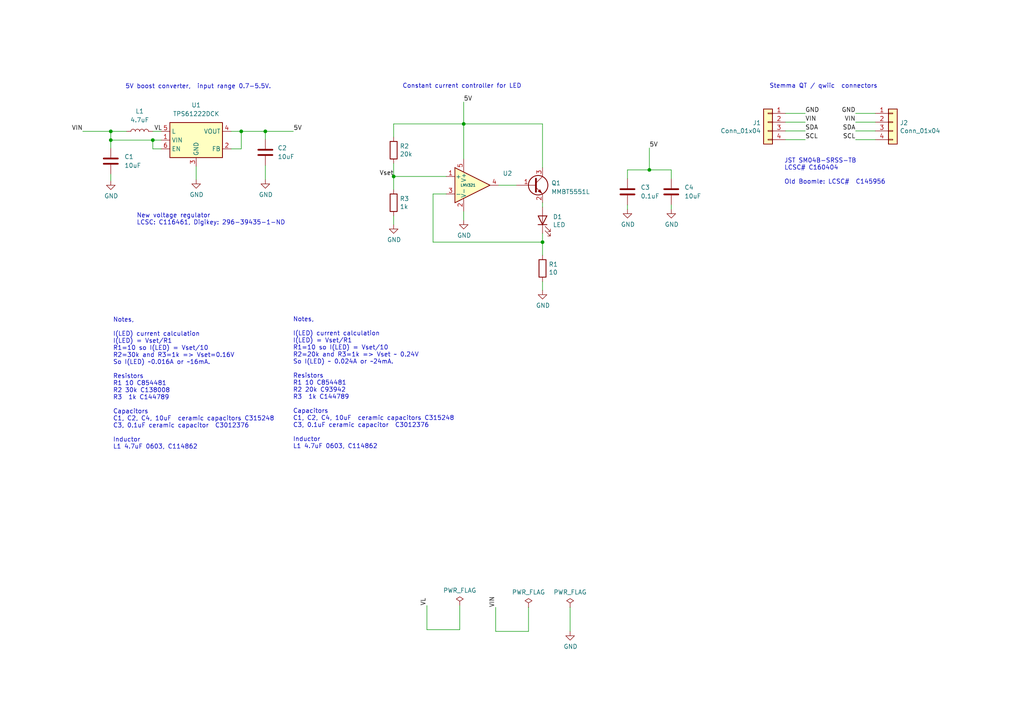
<source format=kicad_sch>
(kicad_sch (version 20230121) (generator eeschema)
  (paper "A4")
  (lib_symbols
    (symbol "Amplifier_Operational:LMV321" (pin_names (offset 0.127))
      (property "Reference" "U" (at 0 5.08 0))
      (property "Value" "LMV321" (at 0 -5.08 0))
      (symbol "LMV321_0_1"
        (polyline (pts (xy -5.08 5.08) (xy 5.08 0) (xy -5.08 -5.08) (xy -5.08 5.08)) (stroke (width 0.254)) (fill (type background)))
        (pin power_in line (at -2.54 -7.62 90) (length 3.81) (name "V-") (number "2"))
        (pin power_in line (at -2.54 7.62 270) (length 3.81) (name "V+") (number "5"))
      )
      (symbol "LMV321_1_1"
        (pin input line (at -7.62 2.54 0) (length 2.54) (name "+") (number "1"))
        (pin input line (at -7.62 -2.54 0) (length 2.54) (name "-") (number "3"))
        (pin output line (at 7.62 0 180) (length 2.54) (name "~") (number "4"))
      )
    )
    (symbol "Connector_Generic:Conn_01x04" (pin_names (offset 1.016) hide)
      (property "Reference" "J" (at 0 5.08 0))
      (property "Value" "Conn_01x04" (at 0 -7.62 0))
      (symbol "Conn_01x04_1_1"
        (rectangle (start -1.27 -4.953) (end 0 -5.207) (stroke (width 0.1524)))
        (rectangle (start -1.27 -2.413) (end 0 -2.667) (stroke (width 0.1524)))
        (rectangle (start -1.27 0.127) (end 0 -0.127) (stroke (width 0.1524)))
        (rectangle (start -1.27 2.667) (end 0 2.413) (stroke (width 0.1524)))
        (rectangle (start -1.27 3.81) (end 1.27 -6.35) (stroke (width 0.254)) (fill (type background)))
        (pin passive line (at -5.08 2.54 0) (length 3.81) (name "Pin_1") (number "1"))
        (pin passive line (at -5.08 0 0) (length 3.81) (name "Pin_2") (number "2"))
        (pin passive line (at -5.08 -2.54 0) (length 3.81) (name "Pin_3") (number "3"))
        (pin passive line (at -5.08 -5.08 0) (length 3.81) (name "Pin_4") (number "4"))
      )
    )
    (symbol "Device:C" (pin_numbers hide) (pin_names (offset 0.254))
      (property "Reference" "C" (at 0.635 2.54 0))
      (property "Value" "C" (at 0.635 -2.54 0))
      (symbol "C_0_1"
        (polyline (pts (xy -2.032 -0.762) (xy 2.032 -0.762)) (stroke (width 0.508)))
        (polyline (pts (xy -2.032 0.762) (xy 2.032 0.762)) (stroke (width 0.508)))
      )
      (symbol "C_1_1"
        (pin passive line (at 0 3.81 270) (length 2.794) (name "~") (number "1"))
        (pin passive line (at 0 -3.81 90) (length 2.794) (name "~") (number "2"))
      )
    )
    (symbol "Device:L" (pin_numbers hide) (pin_names (offset 1.016) hide)
      (property "Reference" "L" (at -1.27 0 90))
      (property "Value" "L" (at 1.905 0 90))
      (symbol "L_0_1"
        (arc (start 0 -2.54) (mid 0.6323 -1.905) (end 0 -1.27))
        (arc (start 0 -1.27) (mid 0.6323 -0.635) (end 0 0))
        (arc (start 0 0) (mid 0.6323 0.635) (end 0 1.27))
        (arc (start 0 1.27) (mid 0.6323 1.905) (end 0 2.54))
      )
      (symbol "L_1_1"
        (pin passive line (at 0 3.81 270) (length 1.27) (name "1") (number "1"))
        (pin passive line (at 0 -3.81 90) (length 1.27) (name "2") (number "2"))
      )
    )
    (symbol "Device:LED" (pin_numbers hide) (pin_names (offset 1.016) hide)
      (property "Reference" "D" (at 0 2.54 0))
      (property "Value" "LED" (at 0 -2.54 0))
      (symbol "LED_0_1"
        (polyline (pts (xy -1.27 -1.27) (xy -1.27 1.27)) (stroke (width 0.254)))
        (polyline (pts (xy -1.27 0) (xy 1.27 0)))
        (polyline (pts (xy 1.27 -1.27) (xy 1.27 1.27) (xy -1.27 0) (xy 1.27 -1.27)) (stroke (width 0.254)))
        (polyline (pts (xy -3.048 -0.762) (xy -4.572 -2.286) (xy -3.81 -2.286) (xy -4.572 -2.286) (xy -4.572 -1.524)))
        (polyline (pts (xy -1.778 -0.762) (xy -3.302 -2.286) (xy -2.54 -2.286) (xy -3.302 -2.286) (xy -3.302 -1.524)))
      )
      (symbol "LED_1_1"
        (pin passive line (at -3.81 0 0) (length 2.54) (name "K") (number "1"))
        (pin passive line (at 3.81 0 180) (length 2.54) (name "A") (number "2"))
      )
    )
    (symbol "Device:R" (pin_numbers hide) (pin_names (offset 0))
      (property "Reference" "R" (at 2.032 0 90))
      (property "Value" "R" (at 0 0 90))
      (symbol "R_0_1"
        (rectangle (start -1.016 -2.54) (end 1.016 2.54) (stroke (width 0.254)))
      )
      (symbol "R_1_1"
        (pin passive line (at 0 3.81 270) (length 1.27) (name "~") (number "1"))
        (pin passive line (at 0 -3.81 90) (length 1.27) (name "~") (number "2"))
      )
    )
    (symbol "Regulator_Switching:TPS61222DCK"
      (property "Reference" "U" (at -7.62 6.35 0))
      (property "Value" "TPS61222DCK" (at 2.54 6.35 0))
      (symbol "TPS61222DCK_0_1"
        (rectangle (start -7.62 5.08) (end 7.62 -5.08) (stroke (width 0.254)) (fill (type background)))
      )
      (symbol "TPS61222DCK_1_1"
        (pin power_in line (at -10.16 0 0) (length 2.54) (name "VIN") (number "1"))
        (pin input line (at 10.16 -2.54 180) (length 2.54) (name "FB") (number "2"))
        (pin power_in line (at 0 -7.62 90) (length 2.54) (name "GND") (number "3"))
        (pin power_out line (at 10.16 2.54 180) (length 2.54) (name "VOUT") (number "4"))
        (pin power_in line (at -10.16 2.54 0) (length 2.54) (name "L") (number "5"))
        (pin input line (at -10.16 -2.54 0) (length 2.54) (name "EN") (number "6"))
      )
    )
    (symbol "Transistor_BJT:MMBT5551L" (pin_names (offset 0) hide)
      (property "Reference" "Q" (at 5.08 1.905 0))
      (property "Value" "MMBT5551L" (at 5.08 0 0))
      (symbol "MMBT5551L_0_1"
        (polyline (pts (xy 0.635 0.635) (xy 2.54 2.54)))
        (polyline (pts (xy 0.635 -0.635) (xy 2.54 -2.54) (xy 2.54 -2.54)))
        (polyline (pts (xy 0.635 1.905) (xy 0.635 -1.905) (xy 0.635 -1.905)) (stroke (width 0.508)))
        (polyline (pts (xy 1.27 -1.778) (xy 1.778 -1.27) (xy 2.286 -2.286) (xy 1.27 -1.778) (xy 1.27 -1.778)) (fill (type outline)))
        (circle (center 1.27 0) (radius 2.8194) (stroke (width 0.254)))
      )
      (symbol "MMBT5551L_1_1"
        (pin input line (at -5.08 0 0) (length 5.715) (name "B") (number "1"))
        (pin passive line (at 2.54 -5.08 90) (length 2.54) (name "E") (number "2"))
        (pin passive line (at 2.54 5.08 270) (length 2.54) (name "C") (number "3"))
      )
    )
    (symbol "power:GND" (power) (pin_names (offset 0))
      (property "Value" "GND" (at 0 -3.81 0))
      (symbol "GND_0_1"
        (polyline (pts (xy 0 0) (xy 0 -1.27) (xy 1.27 -1.27) (xy 0 -2.54) (xy -1.27 -1.27) (xy 0 -1.27)))
      )
      (symbol "GND_1_1"
        (pin power_in line (at 0 0 270) (length 0) hide (name "GND") (number "1"))
      )
    )
    (symbol "power:PWR_FLAG" (power) (pin_numbers hide) (pin_names (offset 0) hide)
      (property "Value" "PWR_FLAG" (at 0 3.81 0))
      (symbol "PWR_FLAG_0_0"
        (pin power_out line (at 0 0 90) (length 0) (name "pwr") (number "1"))
      )
      (symbol "PWR_FLAG_0_1"
        (polyline (pts (xy 0 0) (xy 0 1.27) (xy -1.016 1.905) (xy 0 2.54) (xy 1.016 1.905) (xy 0 1.27)))
      )
    )
  )
  (junction (at 134.493 35.941))
  (junction (at 69.977 38.1))
  (junction (at 157.353 70.231))
  (junction (at 32.131 40.64))
  (junction (at 32.131 38.1))
  (junction (at 44.323 40.64))
  (junction (at 188.341 49.276))
  (junction (at 114.173 51.181))
  (junction (at 76.962 38.1))
  (wire (pts (xy 69.977 43.18) (xy 67.056 43.18)))
  (wire (pts (xy 125.603 56.261) (xy 129.413 56.261)))
  (wire (pts (xy 188.341 42.926) (xy 188.341 49.276)))
  (wire (pts (xy 157.353 70.231) (xy 125.603 70.231)))
  (wire (pts (xy 227.838 35.433) (xy 233.553 35.433)))
  (wire (pts (xy 157.353 81.661) (xy 157.353 84.201)))
  (wire (pts (xy 253.873 37.973) (xy 248.158 37.973)))
  (wire (pts (xy 157.353 67.691) (xy 157.353 70.231)))
  (wire (pts (xy 44.323 40.64) (xy 46.736 40.64)))
  (wire (pts (xy 114.173 35.941) (xy 114.173 39.751)))
  (wire (pts (xy 32.131 40.64) (xy 44.323 40.64)))
  (wire (pts (xy 133.35 175.641) (xy 133.35 182.626)))
  (wire (pts (xy 157.353 35.941) (xy 157.353 48.641)))
  (wire (pts (xy 114.173 51.181) (xy 114.173 47.371)))
  (wire (pts (xy 69.977 38.1) (xy 69.977 43.18)))
  (wire (pts (xy 253.873 35.433) (xy 248.158 35.433)))
  (wire (pts (xy 227.838 32.893) (xy 233.553 32.893)))
  (wire (pts (xy 114.173 51.181) (xy 114.173 54.991)))
  (wire (pts (xy 134.493 61.341) (xy 134.493 63.881)))
  (wire (pts (xy 36.703 38.1) (xy 32.131 38.1)))
  (wire (pts (xy 253.873 32.893) (xy 248.158 32.893)))
  (wire (pts (xy 188.341 49.276) (xy 194.691 49.276)))
  (wire (pts (xy 153.289 183.134) (xy 143.764 183.134)))
  (wire (pts (xy 194.691 59.436) (xy 194.691 60.706)))
  (wire (pts (xy 134.493 35.941) (xy 134.493 46.101)))
  (wire (pts (xy 153.289 176.149) (xy 153.289 183.134)))
  (wire (pts (xy 46.736 43.18) (xy 44.323 43.18)))
  (wire (pts (xy 194.691 49.276) (xy 194.691 51.816)))
  (wire (pts (xy 181.991 59.436) (xy 181.991 60.706)))
  (wire (pts (xy 67.056 38.1) (xy 69.977 38.1)))
  (wire (pts (xy 32.131 38.1) (xy 32.131 40.64)))
  (wire (pts (xy 253.873 40.513) (xy 248.158 40.513)))
  (wire (pts (xy 143.764 183.134) (xy 143.764 176.149)))
  (wire (pts (xy 114.173 62.611) (xy 114.173 65.151)))
  (wire (pts (xy 69.977 38.1) (xy 76.962 38.1)))
  (wire (pts (xy 157.353 58.801) (xy 157.353 60.071)))
  (wire (pts (xy 114.173 51.181) (xy 129.413 51.181)))
  (wire (pts (xy 134.493 35.941) (xy 114.173 35.941)))
  (wire (pts (xy 24.003 38.1) (xy 32.131 38.1)))
  (wire (pts (xy 133.35 182.626) (xy 123.825 182.626)))
  (wire (pts (xy 32.131 40.64) (xy 32.131 42.926)))
  (wire (pts (xy 76.962 38.1) (xy 76.962 40.386)))
  (wire (pts (xy 76.962 48.006) (xy 76.962 52.07)))
  (wire (pts (xy 32.131 50.546) (xy 32.131 52.451)))
  (wire (pts (xy 181.991 49.276) (xy 188.341 49.276)))
  (wire (pts (xy 134.493 35.941) (xy 157.353 35.941)))
  (wire (pts (xy 76.962 38.1) (xy 85.09 38.1)))
  (wire (pts (xy 123.825 182.626) (xy 123.825 175.641)))
  (wire (pts (xy 227.838 37.973) (xy 233.553 37.973)))
  (wire (pts (xy 44.323 38.1) (xy 46.736 38.1)))
  (wire (pts (xy 44.323 43.18) (xy 44.323 40.64)))
  (wire (pts (xy 165.354 176.149) (xy 165.354 183.134)))
  (wire (pts (xy 144.653 53.721) (xy 149.733 53.721)))
  (wire (pts (xy 125.603 70.231) (xy 125.603 56.261)))
  (wire (pts (xy 134.493 29.591) (xy 134.493 35.941)))
  (wire (pts (xy 181.991 51.816) (xy 181.991 49.276)))
  (wire (pts (xy 227.838 40.513) (xy 233.553 40.513)))
  (wire (pts (xy 56.896 48.26) (xy 56.896 52.07)))
  (wire (pts (xy 157.353 70.231) (xy 157.353 74.041)))
  (text "JST SM04B-SRSS-TB\nLCSC# C160404\n\nOld Boomle: LCSC#  C145956\n" (at 227.457 53.594 0) (effects (font (size 1.27 1.27)) (justify left bottom)))
  (text "Notes, \n\nI(LED) current calculation\nI(LED) = Vset/R1\nR1=10 so I(LED) = Vset/10\nR2=20k and R3=1k => Vset ~ 0.24V\nSo I(LED) ~ 0.024A or ~24mA. \n\nResistors\nR1 10 C854481\nR2 20k C93942\nR3  1k C144789\n\nCapacitors\nC1, C2, C4, 10uF  ceramic capacitors C315248\nC3, 0.1uF ceramic capacitor  C3012376\n\nInductor\nL1 4.7uF 0603, C114862\n" (at 84.963 130.302 0) (effects (font (size 1.27 1.27)) (justify left bottom)))
  (text "Stemma QT / qwiic  connectors\n" (at 223.139 25.781 0) (effects (font (size 1.27 1.27)) (justify left bottom)))
  (text "New voltage regulator\nLCSC: C116461, Digikey: 296-39435-1-ND " (at 39.624 65.405 0) (effects (font (size 1.27 1.27)) (justify left bottom)))
  (text "Constant current controller for LED" (at 116.713 25.781 0) (effects (font (size 1.27 1.27)) (justify left bottom)))
  (text "5V boost converter,  input range 0.7-5.5V. " (at 36.322 25.908 0) (effects (font (size 1.27 1.27)) (justify left bottom)))
  (text "Notes, \n\nI(LED) current calculation\nI(LED) = Vset/R1\nR1=10 so I(LED) = Vset/10\nR2=30k and R3=1k => Vset=0.16V\nSo I(LED) ~0.016A or ~16mA. \n\nResistors\nR1 10 C854481\nR2 30k C138008\nR3  1k C144789\n\nCapacitors\nC1, C2, C4, 10uF  ceramic capacitors C315248\nC3, 0.1uF ceramic capacitor  C3012376\n\nInductor\nL1 4.7uF 0603, C114862\n" (at 32.766 130.429 0) (effects (font (size 1.27 1.27)) (justify left bottom)))
  (label "SCL" (at 233.553 40.513 0))
  (label "VIN" (at 24.003 38.1 180))
  (label "SCL" (at 248.158 40.513 180))
  (label "Vset" (at 114.173 51.181 180))
  (label "SDA" (at 248.158 37.973 180))
  (label "VIN" (at 143.764 176.149 90))
  (label "5V" (at 134.493 29.591 0))
  (label "5V" (at 188.341 42.926 0))
  (label "VIN" (at 248.158 35.433 180))
  (label "VIN" (at 233.553 35.433 0))
  (label "5V" (at 85.09 38.1 0))
  (label "GND" (at 233.553 32.893 0))
  (label "GND" (at 248.158 32.893 180))
  (label "VL" (at 44.704 38.1 0))
  (label "VL" (at 123.825 175.641 90))
  (label "SDA" (at 233.553 37.973 0))
  (symbol (lib_id "Connector_Generic:Conn_01x04") (at 222.758 35.433 0) (mirror y) (unit 1)
    (property "Reference" "J1" (at 220.726 35.6362 0) (effects (justify left)))
    (property "Value" "Conn_01x04" (at 220.726 37.9476 0) (effects (justify left)))
    (property "Footprint" "JST_SH_SM04B_custom:JST_SH_SM04B-SRSS-TB_1x04-1MP_P1.00mm_Horizontal" (effects hide))
  )
  (symbol (lib_id "Connector_Generic:Conn_01x04") (at 258.953 35.433 0) (unit 1)
    (property "Reference" "J2" (at 260.985 35.6362 0) (effects (justify left)))
    (property "Value" "Conn_01x04" (at 260.985 37.9476 0) (effects (justify left)))
    (property "Footprint" "JST_SH_SM04B_custom:JST_SH_SM04B-SRSS-TB_1x04-1MP_P1.00mm_Horizontal" (effects hide))
  )
  (symbol (lib_id "Device:LED") (at 157.353 63.881 90) (unit 1)
    (property "Reference" "D1" (at 160.3502 62.8904 90) (effects (justify right)))
    (property "Value" "LED" (at 160.3502 65.2018 90) (effects (justify right)))
    (property "Footprint" "LED_D3mm_custom:LED_D3.0mm" (effects hide))
  )
  (symbol (lib_id "Device:R") (at 157.353 77.851 0) (unit 1)
    (property "Reference" "R1" (at 159.131 76.6826 0) (effects (justify left)))
    (property "Value" "10" (at 159.131 78.994 0) (effects (justify left)))
    (property "Footprint" "Resistor_SMD:R_0402_1005Metric" (effects hide))
  )
  (symbol (lib_id "power:GND") (at 157.353 84.201 0) (unit 1)
    (property "Reference" "#PWR08" (effects hide))
    (property "Value" "GND" (at 157.48 88.5952 0))
  )
  (symbol (lib_id "power:PWR_FLAG") (at 165.354 176.149 0) (unit 1)
    (property "Reference" "#FLG0101" (effects hide))
    (property "Value" "PWR_FLAG" (at 165.354 171.7548 0))
  )
  (symbol (lib_id "power:PWR_FLAG") (at 153.289 176.149 0) (unit 1)
    (property "Reference" "#FLG0102" (effects hide))
    (property "Value" "PWR_FLAG" (at 153.289 171.7548 0))
  )
  (symbol (lib_id "power:GND") (at 165.354 183.134 0) (unit 1)
    (property "Reference" "#PWR0101" (effects hide))
    (property "Value" "GND" (at 165.481 187.5282 0))
  )
  (symbol (lib_id "Device:C") (at 194.691 55.626 0) (unit 1)
    (property "Reference" "C4" (at 198.501 54.356 0) (effects (justify left)))
    (property "Value" "10uF" (at 198.501 56.896 0) (effects (justify left)))
    (property "Footprint" "Capacitor_SMD:C_0402_1005Metric" (effects hide))
  )
  (symbol (lib_id "Device:C") (at 181.991 55.626 0) (unit 1)
    (property "Reference" "C3" (at 185.801 54.356 0) (effects (justify left)))
    (property "Value" "0.1uF" (at 185.801 56.896 0) (effects (justify left)))
    (property "Footprint" "Capacitor_SMD:C_0402_1005Metric" (effects hide))
  )
  (symbol (lib_id "power:GND") (at 194.691 60.706 0) (unit 1)
    (property "Reference" "#PWR06" (effects hide))
    (property "Value" "GND" (at 194.818 65.1002 0))
  )
  (symbol (lib_id "power:GND") (at 32.131 52.451 0) (unit 1)
    (property "Reference" "#PWR011" (effects hide))
    (property "Value" "GND" (at 32.258 56.8452 0))
  )
  (symbol (lib_id "power:GND") (at 56.896 52.07 0) (unit 1)
    (property "Reference" "#PWR09" (effects hide))
    (property "Value" "GND" (at 57.023 56.4642 0))
  )
  (symbol (lib_id "power:GND") (at 134.493 63.881 0) (unit 1)
    (property "Reference" "#PWR04" (effects hide))
    (property "Value" "GND" (at 134.62 68.2752 0))
  )
  (symbol (lib_id "Regulator_Switching:TPS61222DCK") (at 56.896 40.64 0) (unit 1)
    (property "Reference" "U1" (at 56.896 30.48 0))
    (property "Value" "TPS61222DCK" (at 56.896 33.02 0))
    (property "Footprint" "Package_TO_SOT_SMD:SOT-363_SC-70-6" (effects hide))
    (property "Datasheet" "http://www.ti.com/lit/ds/symlink/tps61220.pdf" (effects hide))
  )
  (symbol (lib_id "Device:C") (at 32.131 46.736 180) (unit 1)
    (property "Reference" "C1" (at 36.068 45.466 0) (effects (justify right)))
    (property "Value" "10uF" (at 36.068 48.006 0) (effects (justify right)))
    (property "Footprint" "Capacitor_SMD:C_0402_1005Metric" (effects hide))
  )
  (symbol (lib_id "power:PWR_FLAG") (at 133.35 175.641 0) (unit 1)
    (property "Reference" "#FLG01" (effects hide))
    (property "Value" "PWR_FLAG" (at 133.35 171.2468 0))
  )
  (symbol (lib_id "power:GND") (at 181.991 60.706 0) (unit 1)
    (property "Reference" "#PWR05" (effects hide))
    (property "Value" "GND" (at 182.118 65.1002 0))
  )
  (symbol (lib_id "power:GND") (at 114.173 65.151 0) (unit 1)
    (property "Reference" "#PWR07" (effects hide))
    (property "Value" "GND" (at 114.3 69.5452 0))
  )
  (symbol (lib_id "Device:C") (at 76.962 44.196 180) (unit 1)
    (property "Reference" "C2" (at 80.518 42.926 0) (effects (justify right)))
    (property "Value" "10uF" (at 80.518 45.466 0) (effects (justify right)))
    (property "Footprint" "Capacitor_SMD:C_0402_1005Metric" (effects hide))
  )
  (symbol (lib_id "power:GND") (at 76.962 52.07 0) (unit 1)
    (property "Reference" "#PWR010" (effects hide))
    (property "Value" "GND" (at 77.089 56.4642 0))
  )
  (symbol (lib_id "Device:R") (at 114.173 43.561 0) (unit 1)
    (property "Reference" "R2" (at 115.951 42.3926 0) (effects (justify left)))
    (property "Value" "20k" (at 115.951 44.704 0) (effects (justify left)))
    (property "Footprint" "Resistor_SMD:R_0402_1005Metric" (effects hide))
  )
  (symbol (lib_id "Amplifier_Operational:LMV321") (at 137.033 53.721 0) (unit 1)
    (property "Reference" "U2" (at 147.193 50.2921 0))
    (property "Value" "LMV321" (at 135.763 53.721 0) (effects (font (size 0.762 0.762))))
    (property "Footprint" "Package_TO_SOT_SMD:SOT-23-5" (effects hide))
    (property "Datasheet" "http://www.ti.com/lit/ds/symlink/lmv324.pdf" (effects hide))
  )
  (symbol (lib_id "Transistor_BJT:MMBT5551L") (at 154.813 53.721 0) (unit 1)
    (property "Reference" "Q1" (at 159.893 53.086 0) (effects (justify left)))
    (property "Value" "MMBT5551L" (at 159.893 55.626 0) (effects (justify left)))
    (property "Footprint" "Package_TO_SOT_SMD:SOT-23" (effects hide))
    (property "Datasheet" "www.onsemi.com/pub/Collateral/MMBT5550LT1-D.PDF" (effects hide))
  )
  (symbol (lib_id "Device:R") (at 114.173 58.801 0) (unit 1)
    (property "Reference" "R3" (at 115.951 57.6326 0) (effects (justify left)))
    (property "Value" "1k" (at 115.951 59.944 0) (effects (justify left)))
    (property "Footprint" "Resistor_SMD:R_0402_1005Metric" (effects hide))
  )
  (symbol (lib_id "Device:L") (at 40.513 38.1 90) (unit 1)
    (property "Reference" "L1" (at 40.513 32.258 90))
    (property "Value" "4.7uF" (at 40.513 34.798 90))
    (property "Footprint" "Inductor_SMD:L_0603_1608Metric" (effects hide))
  )
)
</source>
